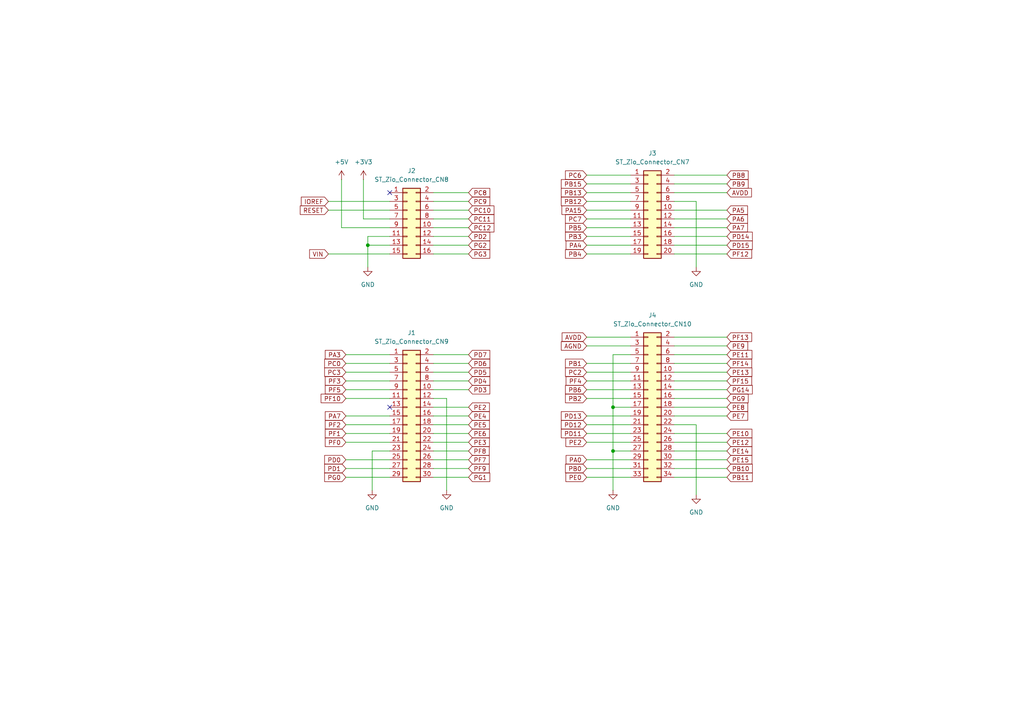
<source format=kicad_sch>
(kicad_sch (version 20231120) (generator "eeschema") (generator_version "8.0")
  (paper "A4")
  (title_block (title "STM32 Nucleo-144 Shield Template") (date "2026-02-28") (rev "v0.1_template"))
  (lib_symbols
    (symbol "Connector_Generic:Conn_02x08_Odd_Even" (pin_names (offset 1.016) hide)
      (property "Reference" "J" (at 1.27 10.16 0))
      (property "Value" "Conn_02x08_Odd_Even" (at 1.27 -12.7 0))
      (symbol "Conn_02x08_Odd_Even_1_1"
        (rectangle (start -1.27 -10.033) (end 0 -10.287) (stroke (width 0.1524)))
        (rectangle (start -1.27 -7.493) (end 0 -7.747) (stroke (width 0.1524)))
        (rectangle (start -1.27 -4.953) (end 0 -5.207) (stroke (width 0.1524)))
        (rectangle (start -1.27 -2.413) (end 0 -2.667) (stroke (width 0.1524)))
        (rectangle (start -1.27 0.127) (end 0 -0.127) (stroke (width 0.1524)))
        (rectangle (start -1.27 2.667) (end 0 2.413) (stroke (width 0.1524)))
        (rectangle (start -1.27 5.207) (end 0 4.953) (stroke (width 0.1524)))
        (rectangle (start -1.27 7.747) (end 0 7.493) (stroke (width 0.1524)))
        (rectangle (start -1.27 8.89) (end 3.81 -11.43) (stroke (width 0.254)) (fill (type background)))
        (rectangle (start 3.81 -10.033) (end 2.54 -10.287) (stroke (width 0.1524)))
        (rectangle (start 3.81 -7.493) (end 2.54 -7.747) (stroke (width 0.1524)))
        (rectangle (start 3.81 -4.953) (end 2.54 -5.207) (stroke (width 0.1524)))
        (rectangle (start 3.81 -2.413) (end 2.54 -2.667) (stroke (width 0.1524)))
        (rectangle (start 3.81 0.127) (end 2.54 -0.127) (stroke (width 0.1524)))
        (rectangle (start 3.81 2.667) (end 2.54 2.413) (stroke (width 0.1524)))
        (rectangle (start 3.81 5.207) (end 2.54 4.953) (stroke (width 0.1524)))
        (rectangle (start 3.81 7.747) (end 2.54 7.493) (stroke (width 0.1524)))
        (pin passive line (at -5.08 7.62 0) (length 3.81) (name "Pin_1") (number "1"))
        (pin passive line (at 7.62 -2.54 180) (length 3.81) (name "Pin_10") (number "10"))
        (pin passive line (at -5.08 -5.08 0) (length 3.81) (name "Pin_11") (number "11"))
        (pin passive line (at 7.62 -5.08 180) (length 3.81) (name "Pin_12") (number "12"))
        (pin passive line (at -5.08 -7.62 0) (length 3.81) (name "Pin_13") (number "13"))
        (pin passive line (at 7.62 -7.62 180) (length 3.81) (name "Pin_14") (number "14"))
        (pin passive line (at -5.08 -10.16 0) (length 3.81) (name "Pin_15") (number "15"))
        (pin passive line (at 7.62 -10.16 180) (length 3.81) (name "Pin_16") (number "16"))
        (pin passive line (at 7.62 7.62 180) (length 3.81) (name "Pin_2") (number "2"))
        (pin passive line (at -5.08 5.08 0) (length 3.81) (name "Pin_3") (number "3"))
        (pin passive line (at 7.62 5.08 180) (length 3.81) (name "Pin_4") (number "4"))
        (pin passive line (at -5.08 2.54 0) (length 3.81) (name "Pin_5") (number "5"))
        (pin passive line (at 7.62 2.54 180) (length 3.81) (name "Pin_6") (number "6"))
        (pin passive line (at -5.08 0 0) (length 3.81) (name "Pin_7") (number "7"))
        (pin passive line (at 7.62 0 180) (length 3.81) (name "Pin_8") (number "8"))
        (pin passive line (at -5.08 -2.54 0) (length 3.81) (name "Pin_9") (number "9"))
      )
    )
    (symbol "Connector_Generic:Conn_02x10_Odd_Even" (pin_names (offset 1.016) hide)
      (property "Reference" "J" (at 1.27 12.7 0))
      (property "Value" "Conn_02x10_Odd_Even" (at 1.27 -15.24 0))
      (symbol "Conn_02x10_Odd_Even_1_1"
        (rectangle (start -1.27 -12.573) (end 0 -12.827) (stroke (width 0.1524)))
        (rectangle (start -1.27 -10.033) (end 0 -10.287) (stroke (width 0.1524)))
        (rectangle (start -1.27 -7.493) (end 0 -7.747) (stroke (width 0.1524)))
        (rectangle (start -1.27 -4.953) (end 0 -5.207) (stroke (width 0.1524)))
        (rectangle (start -1.27 -2.413) (end 0 -2.667) (stroke (width 0.1524)))
        (rectangle (start -1.27 0.127) (end 0 -0.127) (stroke (width 0.1524)))
        (rectangle (start -1.27 2.667) (end 0 2.413) (stroke (width 0.1524)))
        (rectangle (start -1.27 5.207) (end 0 4.953) (stroke (width 0.1524)))
        (rectangle (start -1.27 7.747) (end 0 7.493) (stroke (width 0.1524)))
        (rectangle (start -1.27 10.287) (end 0 10.033) (stroke (width 0.1524)))
        (rectangle (start -1.27 11.43) (end 3.81 -13.97) (stroke (width 0.254)) (fill (type background)))
        (rectangle (start 3.81 -12.573) (end 2.54 -12.827) (stroke (width 0.1524)))
        (rectangle (start 3.81 -10.033) (end 2.54 -10.287) (stroke (width 0.1524)))
        (rectangle (start 3.81 -7.493) (end 2.54 -7.747) (stroke (width 0.1524)))
        (rectangle (start 3.81 -4.953) (end 2.54 -5.207) (stroke (width 0.1524)))
        (rectangle (start 3.81 -2.413) (end 2.54 -2.667) (stroke (width 0.1524)))
        (rectangle (start 3.81 0.127) (end 2.54 -0.127) (stroke (width 0.1524)))
        (rectangle (start 3.81 2.667) (end 2.54 2.413) (stroke (width 0.1524)))
        (rectangle (start 3.81 5.207) (end 2.54 4.953) (stroke (width 0.1524)))
        (rectangle (start 3.81 7.747) (end 2.54 7.493) (stroke (width 0.1524)))
        (rectangle (start 3.81 10.287) (end 2.54 10.033) (stroke (width 0.1524)))
        (pin passive line (at -5.08 10.16 0) (length 3.81) (name "Pin_1") (number "1"))
        (pin passive line (at 7.62 0 180) (length 3.81) (name "Pin_10") (number "10"))
        (pin passive line (at -5.08 -2.54 0) (length 3.81) (name "Pin_11") (number "11"))
        (pin passive line (at 7.62 -2.54 180) (length 3.81) (name "Pin_12") (number "12"))
        (pin passive line (at -5.08 -5.08 0) (length 3.81) (name "Pin_13") (number "13"))
        (pin passive line (at 7.62 -5.08 180) (length 3.81) (name "Pin_14") (number "14"))
        (pin passive line (at -5.08 -7.62 0) (length 3.81) (name "Pin_15") (number "15"))
        (pin passive line (at 7.62 -7.62 180) (length 3.81) (name "Pin_16") (number "16"))
        (pin passive line (at -5.08 -10.16 0) (length 3.81) (name "Pin_17") (number "17"))
        (pin passive line (at 7.62 -10.16 180) (length 3.81) (name "Pin_18") (number "18"))
        (pin passive line (at -5.08 -12.7 0) (length 3.81) (name "Pin_19") (number "19"))
        (pin passive line (at 7.62 10.16 180) (length 3.81) (name "Pin_2") (number "2"))
        (pin passive line (at 7.62 -12.7 180) (length 3.81) (name "Pin_20") (number "20"))
        (pin passive line (at -5.08 7.62 0) (length 3.81) (name "Pin_3") (number "3"))
        (pin passive line (at 7.62 7.62 180) (length 3.81) (name "Pin_4") (number "4"))
        (pin passive line (at -5.08 5.08 0) (length 3.81) (name "Pin_5") (number "5"))
        (pin passive line (at 7.62 5.08 180) (length 3.81) (name "Pin_6") (number "6"))
        (pin passive line (at -5.08 2.54 0) (length 3.81) (name "Pin_7") (number "7"))
        (pin passive line (at 7.62 2.54 180) (length 3.81) (name "Pin_8") (number "8"))
        (pin passive line (at -5.08 0 0) (length 3.81) (name "Pin_9") (number "9"))
      )
    )
    (symbol "Connector_Generic:Conn_02x15_Odd_Even" (pin_names (offset 1.016) hide)
      (property "Reference" "J" (at 1.27 20.32 0))
      (property "Value" "Conn_02x15_Odd_Even" (at 1.27 -20.32 0))
      (symbol "Conn_02x15_Odd_Even_1_1"
        (rectangle (start -1.27 -17.653) (end 0 -17.907) (stroke (width 0.1524)))
        (rectangle (start -1.27 -15.113) (end 0 -15.367) (stroke (width 0.1524)))
        (rectangle (start -1.27 -12.573) (end 0 -12.827) (stroke (width 0.1524)))
        (rectangle (start -1.27 -10.033) (end 0 -10.287) (stroke (width 0.1524)))
        (rectangle (start -1.27 -7.493) (end 0 -7.747) (stroke (width 0.1524)))
        (rectangle (start -1.27 -4.953) (end 0 -5.207) (stroke (width 0.1524)))
        (rectangle (start -1.27 -2.413) (end 0 -2.667) (stroke (width 0.1524)))
        (rectangle (start -1.27 0.127) (end 0 -0.127) (stroke (width 0.1524)))
        (rectangle (start -1.27 2.667) (end 0 2.413) (stroke (width 0.1524)))
        (rectangle (start -1.27 5.207) (end 0 4.953) (stroke (width 0.1524)))
        (rectangle (start -1.27 7.747) (end 0 7.493) (stroke (width 0.1524)))
        (rectangle (start -1.27 10.287) (end 0 10.033) (stroke (width 0.1524)))
        (rectangle (start -1.27 12.827) (end 0 12.573) (stroke (width 0.1524)))
        (rectangle (start -1.27 15.367) (end 0 15.113) (stroke (width 0.1524)))
        (rectangle (start -1.27 17.907) (end 0 17.653) (stroke (width 0.1524)))
        (rectangle (start -1.27 19.05) (end 3.81 -19.05) (stroke (width 0.254)) (fill (type background)))
        (rectangle (start 3.81 -17.653) (end 2.54 -17.907) (stroke (width 0.1524)))
        (rectangle (start 3.81 -15.113) (end 2.54 -15.367) (stroke (width 0.1524)))
        (rectangle (start 3.81 -12.573) (end 2.54 -12.827) (stroke (width 0.1524)))
        (rectangle (start 3.81 -10.033) (end 2.54 -10.287) (stroke (width 0.1524)))
        (rectangle (start 3.81 -7.493) (end 2.54 -7.747) (stroke (width 0.1524)))
        (rectangle (start 3.81 -4.953) (end 2.54 -5.207) (stroke (width 0.1524)))
        (rectangle (start 3.81 -2.413) (end 2.54 -2.667) (stroke (width 0.1524)))
        (rectangle (start 3.81 0.127) (end 2.54 -0.127) (stroke (width 0.1524)))
        (rectangle (start 3.81 2.667) (end 2.54 2.413) (stroke (width 0.1524)))
        (rectangle (start 3.81 5.207) (end 2.54 4.953) (stroke (width 0.1524)))
        (rectangle (start 3.81 7.747) (end 2.54 7.493) (stroke (width 0.1524)))
        (rectangle (start 3.81 10.287) (end 2.54 10.033) (stroke (width 0.1524)))
        (rectangle (start 3.81 12.827) (end 2.54 12.573) (stroke (width 0.1524)))
        (rectangle (start 3.81 15.367) (end 2.54 15.113) (stroke (width 0.1524)))
        (rectangle (start 3.81 17.907) (end 2.54 17.653) (stroke (width 0.1524)))
        (pin passive line (at -5.08 17.78 0) (length 3.81) (name "Pin_1") (number "1"))
        (pin passive line (at 7.62 7.62 180) (length 3.81) (name "Pin_10") (number "10"))
        (pin passive line (at -5.08 5.08 0) (length 3.81) (name "Pin_11") (number "11"))
        (pin passive line (at 7.62 5.08 180) (length 3.81) (name "Pin_12") (number "12"))
        (pin passive line (at -5.08 2.54 0) (length 3.81) (name "Pin_13") (number "13"))
        (pin passive line (at 7.62 2.54 180) (length 3.81) (name "Pin_14") (number "14"))
        (pin passive line (at -5.08 0 0) (length 3.81) (name "Pin_15") (number "15"))
        (pin passive line (at 7.62 0 180) (length 3.81) (name "Pin_16") (number "16"))
        (pin passive line (at -5.08 -2.54 0) (length 3.81) (name "Pin_17") (number "17"))
        (pin passive line (at 7.62 -2.54 180) (length 3.81) (name "Pin_18") (number "18"))
        (pin passive line (at -5.08 -5.08 0) (length 3.81) (name "Pin_19") (number "19"))
        (pin passive line (at 7.62 17.78 180) (length 3.81) (name "Pin_2") (number "2"))
        (pin passive line (at 7.62 -5.08 180) (length 3.81) (name "Pin_20") (number "20"))
        (pin passive line (at -5.08 -7.62 0) (length 3.81) (name "Pin_21") (number "21"))
        (pin passive line (at 7.62 -7.62 180) (length 3.81) (name "Pin_22") (number "22"))
        (pin passive line (at -5.08 -10.16 0) (length 3.81) (name "Pin_23") (number "23"))
        (pin passive line (at 7.62 -10.16 180) (length 3.81) (name "Pin_24") (number "24"))
        (pin passive line (at -5.08 -12.7 0) (length 3.81) (name "Pin_25") (number "25"))
        (pin passive line (at 7.62 -12.7 180) (length 3.81) (name "Pin_26") (number "26"))
        (pin passive line (at -5.08 -15.24 0) (length 3.81) (name "Pin_27") (number "27"))
        (pin passive line (at 7.62 -15.24 180) (length 3.81) (name "Pin_28") (number "28"))
        (pin passive line (at -5.08 -17.78 0) (length 3.81) (name "Pin_29") (number "29"))
        (pin passive line (at -5.08 15.24 0) (length 3.81) (name "Pin_3") (number "3"))
        (pin passive line (at 7.62 -17.78 180) (length 3.81) (name "Pin_30") (number "30"))
        (pin passive line (at 7.62 15.24 180) (length 3.81) (name "Pin_4") (number "4"))
        (pin passive line (at -5.08 12.7 0) (length 3.81) (name "Pin_5") (number "5"))
        (pin passive line (at 7.62 12.7 180) (length 3.81) (name "Pin_6") (number "6"))
        (pin passive line (at -5.08 10.16 0) (length 3.81) (name "Pin_7") (number "7"))
        (pin passive line (at 7.62 10.16 180) (length 3.81) (name "Pin_8") (number "8"))
        (pin passive line (at -5.08 7.62 0) (length 3.81) (name "Pin_9") (number "9"))
      )
    )
    (symbol "Connector_Generic:Conn_02x17_Odd_Even" (pin_names (offset 1.016) hide)
      (property "Reference" "J" (at 1.27 22.86 0))
      (property "Value" "Conn_02x17_Odd_Even" (at 1.27 -22.86 0))
      (symbol "Conn_02x17_Odd_Even_1_1"
        (rectangle (start -1.27 -20.193) (end 0 -20.447) (stroke (width 0.1524)))
        (rectangle (start -1.27 -17.653) (end 0 -17.907) (stroke (width 0.1524)))
        (rectangle (start -1.27 -15.113) (end 0 -15.367) (stroke (width 0.1524)))
        (rectangle (start -1.27 -12.573) (end 0 -12.827) (stroke (width 0.1524)))
        (rectangle (start -1.27 -10.033) (end 0 -10.287) (stroke (width 0.1524)))
        (rectangle (start -1.27 -7.493) (end 0 -7.747) (stroke (width 0.1524)))
        (rectangle (start -1.27 -4.953) (end 0 -5.207) (stroke (width 0.1524)))
        (rectangle (start -1.27 -2.413) (end 0 -2.667) (stroke (width 0.1524)))
        (rectangle (start -1.27 0.127) (end 0 -0.127) (stroke (width 0.1524)))
        (rectangle (start -1.27 2.667) (end 0 2.413) (stroke (width 0.1524)))
        (rectangle (start -1.27 5.207) (end 0 4.953) (stroke (width 0.1524)))
        (rectangle (start -1.27 7.747) (end 0 7.493) (stroke (width 0.1524)))
        (rectangle (start -1.27 10.287) (end 0 10.033) (stroke (width 0.1524)))
        (rectangle (start -1.27 12.827) (end 0 12.573) (stroke (width 0.1524)))
        (rectangle (start -1.27 15.367) (end 0 15.113) (stroke (width 0.1524)))
        (rectangle (start -1.27 17.907) (end 0 17.653) (stroke (width 0.1524)))
        (rectangle (start -1.27 20.447) (end 0 20.193) (stroke (width 0.1524)))
        (rectangle (start -1.27 21.59) (end 3.81 -21.59) (stroke (width 0.254)) (fill (type background)))
        (rectangle (start 3.81 -20.193) (end 2.54 -20.447) (stroke (width 0.1524)))
        (rectangle (start 3.81 -17.653) (end 2.54 -17.907) (stroke (width 0.1524)))
        (rectangle (start 3.81 -15.113) (end 2.54 -15.367) (stroke (width 0.1524)))
        (rectangle (start 3.81 -12.573) (end 2.54 -12.827) (stroke (width 0.1524)))
        (rectangle (start 3.81 -10.033) (end 2.54 -10.287) (stroke (width 0.1524)))
        (rectangle (start 3.81 -7.493) (end 2.54 -7.747) (stroke (width 0.1524)))
        (rectangle (start 3.81 -4.953) (end 2.54 -5.207) (stroke (width 0.1524)))
        (rectangle (start 3.81 -2.413) (end 2.54 -2.667) (stroke (width 0.1524)))
        (rectangle (start 3.81 0.127) (end 2.54 -0.127) (stroke (width 0.1524)))
        (rectangle (start 3.81 2.667) (end 2.54 2.413) (stroke (width 0.1524)))
        (rectangle (start 3.81 5.207) (end 2.54 4.953) (stroke (width 0.1524)))
        (rectangle (start 3.81 7.747) (end 2.54 7.493) (stroke (width 0.1524)))
        (rectangle (start 3.81 10.287) (end 2.54 10.033) (stroke (width 0.1524)))
        (rectangle (start 3.81 12.827) (end 2.54 12.573) (stroke (width 0.1524)))
        (rectangle (start 3.81 15.367) (end 2.54 15.113) (stroke (width 0.1524)))
        (rectangle (start 3.81 17.907) (end 2.54 17.653) (stroke (width 0.1524)))
        (rectangle (start 3.81 20.447) (end 2.54 20.193) (stroke (width 0.1524)))
        (pin passive line (at -5.08 20.32 0) (length 3.81) (name "Pin_1") (number "1"))
        (pin passive line (at 7.62 10.16 180) (length 3.81) (name "Pin_10") (number "10"))
        (pin passive line (at -5.08 7.62 0) (length 3.81) (name "Pin_11") (number "11"))
        (pin passive line (at 7.62 7.62 180) (length 3.81) (name "Pin_12") (number "12"))
        (pin passive line (at -5.08 5.08 0) (length 3.81) (name "Pin_13") (number "13"))
        (pin passive line (at 7.62 5.08 180) (length 3.81) (name "Pin_14") (number "14"))
        (pin passive line (at -5.08 2.54 0) (length 3.81) (name "Pin_15") (number "15"))
        (pin passive line (at 7.62 2.54 180) (length 3.81) (name "Pin_16") (number "16"))
        (pin passive line (at -5.08 0 0) (length 3.81) (name "Pin_17") (number "17"))
        (pin passive line (at 7.62 0 180) (length 3.81) (name "Pin_18") (number "18"))
        (pin passive line (at -5.08 -2.54 0) (length 3.81) (name "Pin_19") (number "19"))
        (pin passive line (at 7.62 20.32 180) (length 3.81) (name "Pin_2") (number "2"))
        (pin passive line (at 7.62 -2.54 180) (length 3.81) (name "Pin_20") (number "20"))
        (pin passive line (at -5.08 -5.08 0) (length 3.81) (name "Pin_21") (number "21"))
        (pin passive line (at 7.62 -5.08 180) (length 3.81) (name "Pin_22") (number "22"))
        (pin passive line (at -5.08 -7.62 0) (length 3.81) (name "Pin_23") (number "23"))
        (pin passive line (at 7.62 -7.62 180) (length 3.81) (name "Pin_24") (number "24"))
        (pin passive line (at -5.08 -10.16 0) (length 3.81) (name "Pin_25") (number "25"))
        (pin passive line (at 7.62 -10.16 180) (length 3.81) (name "Pin_26") (number "26"))
        (pin passive line (at -5.08 -12.7 0) (length 3.81) (name "Pin_27") (number "27"))
        (pin passive line (at 7.62 -12.7 180) (length 3.81) (name "Pin_28") (number "28"))
        (pin passive line (at -5.08 -15.24 0) (length 3.81) (name "Pin_29") (number "29"))
        (pin passive line (at -5.08 17.78 0) (length 3.81) (name "Pin_3") (number "3"))
        (pin passive line (at 7.62 -15.24 180) (length 3.81) (name "Pin_30") (number "30"))
        (pin passive line (at -5.08 -17.78 0) (length 3.81) (name "Pin_31") (number "31"))
        (pin passive line (at 7.62 -17.78 180) (length 3.81) (name "Pin_32") (number "32"))
        (pin passive line (at -5.08 -20.32 0) (length 3.81) (name "Pin_33") (number "33"))
        (pin passive line (at 7.62 -20.32 180) (length 3.81) (name "Pin_34") (number "34"))
        (pin passive line (at 7.62 17.78 180) (length 3.81) (name "Pin_4") (number "4"))
        (pin passive line (at -5.08 15.24 0) (length 3.81) (name "Pin_5") (number "5"))
        (pin passive line (at 7.62 15.24 180) (length 3.81) (name "Pin_6") (number "6"))
        (pin passive line (at -5.08 12.7 0) (length 3.81) (name "Pin_7") (number "7"))
        (pin passive line (at 7.62 12.7 180) (length 3.81) (name "Pin_8") (number "8"))
        (pin passive line (at -5.08 10.16 0) (length 3.81) (name "Pin_9") (number "9"))
      )
    )
    (symbol "power:+3V3" (power) (pin_numbers hide) (pin_names (offset 0) hide)
      (property "Value" "+3V3" (at 0 3.556 0))
      (symbol "+3V3_0_1"
        (polyline (pts (xy -0.762 1.27) (xy 0 2.54)))
        (polyline (pts (xy 0 0) (xy 0 2.54)))
        (polyline (pts (xy 0 2.54) (xy 0.762 1.27)))
      )
      (symbol "+3V3_1_1"
        (pin power_in line (at 0 0 90) (length 0) (name "~") (number "1"))
      )
    )
    (symbol "power:+5V" (power) (pin_numbers hide) (pin_names (offset 0) hide)
      (property "Value" "+5V" (at 0 3.556 0))
      (symbol "+5V_0_1"
        (polyline (pts (xy -0.762 1.27) (xy 0 2.54)))
        (polyline (pts (xy 0 0) (xy 0 2.54)))
        (polyline (pts (xy 0 2.54) (xy 0.762 1.27)))
      )
      (symbol "+5V_1_1"
        (pin power_in line (at 0 0 90) (length 0) (name "~") (number "1"))
      )
    )
    (symbol "power:GND" (power) (pin_numbers hide) (pin_names (offset 0) hide)
      (property "Value" "GND" (at 0 -3.81 0))
      (symbol "GND_0_1"
        (polyline (pts (xy 0 0) (xy 0 -1.27) (xy 1.27 -1.27) (xy 0 -2.54) (xy -1.27 -1.27) (xy 0 -1.27)))
      )
      (symbol "GND_1_1"
        (pin power_in line (at 0 0 270) (length 0) (name "~") (number "1"))
      )
    )
  )
  (junction (at 177.8 118.11))
  (junction (at 106.68 71.12))
  (junction (at 177.8 130.81))
  (no_connect (at 113.03 55.88))
  (no_connect (at 113.03 118.11))
  (wire (pts (xy 100.33 110.49) (xy 113.03 110.49)))
  (wire (pts (xy 125.73 118.11) (xy 135.89 118.11)))
  (wire (pts (xy 201.93 58.42) (xy 201.93 77.47)))
  (wire (pts (xy 195.58 123.19) (xy 201.93 123.19)))
  (wire (pts (xy 113.03 68.58) (xy 106.68 68.58)))
  (wire (pts (xy 170.18 73.66) (xy 182.88 73.66)))
  (wire (pts (xy 170.18 135.89) (xy 182.88 135.89)))
  (wire (pts (xy 100.33 123.19) (xy 113.03 123.19)))
  (wire (pts (xy 125.73 135.89) (xy 135.89 135.89)))
  (wire (pts (xy 125.73 107.95) (xy 135.89 107.95)))
  (wire (pts (xy 177.8 118.11) (xy 177.8 130.81)))
  (wire (pts (xy 195.58 53.34) (xy 210.82 53.34)))
  (wire (pts (xy 106.68 77.47) (xy 106.68 71.12)))
  (wire (pts (xy 125.73 120.65) (xy 135.89 120.65)))
  (wire (pts (xy 177.8 102.87) (xy 177.8 118.11)))
  (wire (pts (xy 113.03 63.5) (xy 105.41 63.5)))
  (wire (pts (xy 195.58 55.88) (xy 210.82 55.88)))
  (wire (pts (xy 170.18 138.43) (xy 182.88 138.43)))
  (wire (pts (xy 129.54 142.24) (xy 129.54 115.57)))
  (wire (pts (xy 195.58 128.27) (xy 210.82 128.27)))
  (wire (pts (xy 100.33 113.03) (xy 113.03 113.03)))
  (wire (pts (xy 177.8 130.81) (xy 177.8 142.24)))
  (wire (pts (xy 125.73 55.88) (xy 135.89 55.88)))
  (wire (pts (xy 195.58 120.65) (xy 210.82 120.65)))
  (wire (pts (xy 170.18 100.33) (xy 182.88 100.33)))
  (wire (pts (xy 195.58 113.03) (xy 210.82 113.03)))
  (wire (pts (xy 125.73 138.43) (xy 135.89 138.43)))
  (wire (pts (xy 195.58 107.95) (xy 210.82 107.95)))
  (wire (pts (xy 170.18 58.42) (xy 182.88 58.42)))
  (wire (pts (xy 125.73 63.5) (xy 135.89 63.5)))
  (wire (pts (xy 170.18 71.12) (xy 182.88 71.12)))
  (wire (pts (xy 106.68 68.58) (xy 106.68 71.12)))
  (wire (pts (xy 195.58 50.8) (xy 210.82 50.8)))
  (wire (pts (xy 95.25 60.96) (xy 113.03 60.96)))
  (wire (pts (xy 125.73 68.58) (xy 135.89 68.58)))
  (wire (pts (xy 125.73 133.35) (xy 135.89 133.35)))
  (wire (pts (xy 170.18 125.73) (xy 182.88 125.73)))
  (wire (pts (xy 170.18 105.41) (xy 182.88 105.41)))
  (wire (pts (xy 177.8 130.81) (xy 182.88 130.81)))
  (wire (pts (xy 95.25 58.42) (xy 113.03 58.42)))
  (wire (pts (xy 170.18 60.96) (xy 182.88 60.96)))
  (wire (pts (xy 170.18 120.65) (xy 182.88 120.65)))
  (wire (pts (xy 177.8 118.11) (xy 182.88 118.11)))
  (wire (pts (xy 125.73 71.12) (xy 135.89 71.12)))
  (wire (pts (xy 107.95 130.81) (xy 113.03 130.81)))
  (wire (pts (xy 125.73 58.42) (xy 135.89 58.42)))
  (wire (pts (xy 195.58 115.57) (xy 210.82 115.57)))
  (wire (pts (xy 125.73 60.96) (xy 135.89 60.96)))
  (wire (pts (xy 170.18 55.88) (xy 182.88 55.88)))
  (wire (pts (xy 201.93 123.19) (xy 201.93 143.51)))
  (wire (pts (xy 125.73 66.04) (xy 135.89 66.04)))
  (wire (pts (xy 125.73 128.27) (xy 135.89 128.27)))
  (wire (pts (xy 100.33 133.35) (xy 113.03 133.35)))
  (wire (pts (xy 170.18 110.49) (xy 182.88 110.49)))
  (wire (pts (xy 195.58 100.33) (xy 210.82 100.33)))
  (wire (pts (xy 170.18 113.03) (xy 182.88 113.03)))
  (wire (pts (xy 170.18 50.8) (xy 182.88 50.8)))
  (wire (pts (xy 170.18 53.34) (xy 182.88 53.34)))
  (wire (pts (xy 129.54 115.57) (xy 125.73 115.57)))
  (wire (pts (xy 125.73 123.19) (xy 135.89 123.19)))
  (wire (pts (xy 170.18 97.79) (xy 182.88 97.79)))
  (wire (pts (xy 170.18 115.57) (xy 182.88 115.57)))
  (wire (pts (xy 170.18 123.19) (xy 182.88 123.19)))
  (wire (pts (xy 195.58 118.11) (xy 210.82 118.11)))
  (wire (pts (xy 170.18 133.35) (xy 182.88 133.35)))
  (wire (pts (xy 195.58 73.66) (xy 210.82 73.66)))
  (wire (pts (xy 195.58 97.79) (xy 210.82 97.79)))
  (wire (pts (xy 100.33 105.41) (xy 113.03 105.41)))
  (wire (pts (xy 125.73 113.03) (xy 135.89 113.03)))
  (wire (pts (xy 100.33 107.95) (xy 113.03 107.95)))
  (wire (pts (xy 100.33 138.43) (xy 113.03 138.43)))
  (wire (pts (xy 125.73 73.66) (xy 135.89 73.66)))
  (wire (pts (xy 195.58 68.58) (xy 210.82 68.58)))
  (wire (pts (xy 106.68 71.12) (xy 113.03 71.12)))
  (wire (pts (xy 100.33 135.89) (xy 113.03 135.89)))
  (wire (pts (xy 125.73 130.81) (xy 135.89 130.81)))
  (wire (pts (xy 170.18 66.04) (xy 182.88 66.04)))
  (wire (pts (xy 107.95 142.24) (xy 107.95 130.81)))
  (wire (pts (xy 195.58 60.96) (xy 210.82 60.96)))
  (wire (pts (xy 105.41 63.5) (xy 105.41 52.07)))
  (wire (pts (xy 99.06 52.07) (xy 99.06 66.04)))
  (wire (pts (xy 100.33 128.27) (xy 113.03 128.27)))
  (wire (pts (xy 195.58 135.89) (xy 210.82 135.89)))
  (wire (pts (xy 100.33 102.87) (xy 113.03 102.87)))
  (wire (pts (xy 125.73 105.41) (xy 135.89 105.41)))
  (wire (pts (xy 195.58 110.49) (xy 210.82 110.49)))
  (wire (pts (xy 195.58 133.35) (xy 210.82 133.35)))
  (wire (pts (xy 100.33 125.73) (xy 113.03 125.73)))
  (wire (pts (xy 95.25 73.66) (xy 113.03 73.66)))
  (wire (pts (xy 195.58 63.5) (xy 210.82 63.5)))
  (wire (pts (xy 195.58 58.42) (xy 201.93 58.42)))
  (wire (pts (xy 170.18 107.95) (xy 182.88 107.95)))
  (wire (pts (xy 125.73 110.49) (xy 135.89 110.49)))
  (wire (pts (xy 195.58 102.87) (xy 210.82 102.87)))
  (wire (pts (xy 100.33 115.57) (xy 113.03 115.57)))
  (wire (pts (xy 100.33 120.65) (xy 113.03 120.65)))
  (wire (pts (xy 195.58 66.04) (xy 210.82 66.04)))
  (wire (pts (xy 170.18 128.27) (xy 182.88 128.27)))
  (wire (pts (xy 195.58 71.12) (xy 210.82 71.12)))
  (wire (pts (xy 99.06 66.04) (xy 113.03 66.04)))
  (wire (pts (xy 195.58 138.43) (xy 210.82 138.43)))
  (wire (pts (xy 182.88 102.87) (xy 177.8 102.87)))
  (wire (pts (xy 125.73 102.87) (xy 135.89 102.87)))
  (wire (pts (xy 195.58 105.41) (xy 210.82 105.41)))
  (wire (pts (xy 170.18 63.5) (xy 182.88 63.5)))
  (wire (pts (xy 170.18 68.58) (xy 182.88 68.58)))
  (wire (pts (xy 195.58 130.81) (xy 210.82 130.81)))
  (wire (pts (xy 125.73 125.73) (xy 135.89 125.73)))
  (wire (pts (xy 195.58 125.73) (xy 210.82 125.73)))
  (global_label "PE8" (shape input) (at 210.82 118.11 0) (property "Intersheetrefs" "${INTERSHEET_REFS}" (effects (hide yes))))
  (global_label "PG2" (shape input) (at 135.89 71.12 0) (property "Intersheetrefs" "${INTERSHEET_REFS}" (effects (hide yes))))
  (global_label "PD1" (shape input) (at 100.33 135.89 180) (property "Intersheetrefs" "${INTERSHEET_REFS}" (effects (hide yes))))
  (global_label "PG1" (shape input) (at 135.89 138.43 0) (property "Intersheetrefs" "${INTERSHEET_REFS}" (effects (hide yes))))
  (global_label "PE2" (shape input) (at 170.18 128.27 180) (property "Intersheetrefs" "${INTERSHEET_REFS}" (effects (hide yes))))
  (global_label "PD5" (shape input) (at 135.89 107.95 0) (property "Intersheetrefs" "${INTERSHEET_REFS}" (effects (hide yes))))
  (global_label "PB5" (shape input) (at 170.18 66.04 180) (property "Intersheetrefs" "${INTERSHEET_REFS}" (effects (hide yes))))
  (global_label "PF13" (shape input) (at 210.82 97.79 0) (property "Intersheetrefs" "${INTERSHEET_REFS}" (effects (hide yes))))
  (global_label "PB0" (shape input) (at 170.18 135.89 180) (property "Intersheetrefs" "${INTERSHEET_REFS}" (effects (hide yes))))
  (global_label "PD2" (shape input) (at 135.89 68.58 0) (property "Intersheetrefs" "${INTERSHEET_REFS}" (effects (hide yes))))
  (global_label "PG14" (shape input) (at 210.82 113.03 0) (property "Intersheetrefs" "${INTERSHEET_REFS}" (effects (hide yes))))
  (global_label "PE14" (shape input) (at 210.82 130.81 0) (property "Intersheetrefs" "${INTERSHEET_REFS}" (effects (hide yes))))
  (global_label "PA6" (shape input) (at 210.82 63.5 0) (property "Intersheetrefs" "${INTERSHEET_REFS}" (effects (hide yes))))
  (global_label "PB6" (shape input) (at 170.18 113.03 180) (property "Intersheetrefs" "${INTERSHEET_REFS}" (effects (hide yes))))
  (global_label "PE11" (shape input) (at 210.82 102.87 0) (property "Intersheetrefs" "${INTERSHEET_REFS}" (effects (hide yes))))
  (global_label "PC6" (shape input) (at 170.18 50.8 180) (property "Intersheetrefs" "${INTERSHEET_REFS}" (effects (hide yes))))
  (global_label "AVDD" (shape input) (at 170.18 97.79 180) (property "Intersheetrefs" "${INTERSHEET_REFS}" (effects (hide yes))))
  (global_label "PB3" (shape input) (at 170.18 68.58 180) (property "Intersheetrefs" "${INTERSHEET_REFS}" (effects (hide yes))))
  (global_label "PE12" (shape input) (at 210.82 128.27 0) (property "Intersheetrefs" "${INTERSHEET_REFS}" (effects (hide yes))))
  (global_label "PF8" (shape input) (at 135.89 130.81 0) (property "Intersheetrefs" "${INTERSHEET_REFS}" (effects (hide yes))))
  (global_label "PE0" (shape input) (at 170.18 138.43 180) (property "Intersheetrefs" "${INTERSHEET_REFS}" (effects (hide yes))))
  (global_label "PB2" (shape input) (at 170.18 115.57 180) (property "Intersheetrefs" "${INTERSHEET_REFS}" (effects (hide yes))))
  (global_label "PE2" (shape input) (at 135.89 118.11 0) (property "Intersheetrefs" "${INTERSHEET_REFS}" (effects (hide yes))))
  (global_label "PD14" (shape input) (at 210.82 68.58 0) (property "Intersheetrefs" "${INTERSHEET_REFS}" (effects (hide yes))))
  (global_label "PC7" (shape input) (at 170.18 63.5 180) (property "Intersheetrefs" "${INTERSHEET_REFS}" (effects (hide yes))))
  (global_label "PF0" (shape input) (at 100.33 128.27 180) (property "Intersheetrefs" "${INTERSHEET_REFS}" (effects (hide yes))))
  (global_label "PB15" (shape input) (at 170.18 53.34 180) (property "Intersheetrefs" "${INTERSHEET_REFS}" (effects (hide yes))))
  (global_label "PC0" (shape input) (at 100.33 105.41 180) (property "Intersheetrefs" "${INTERSHEET_REFS}" (effects (hide yes))))
  (global_label "AVDD" (shape input) (at 210.82 55.88 0) (property "Intersheetrefs" "${INTERSHEET_REFS}" (effects (hide yes))))
  (global_label "PD7" (shape input) (at 135.89 102.87 0) (property "Intersheetrefs" "${INTERSHEET_REFS}" (effects (hide yes))))
  (global_label "PF5" (shape input) (at 100.33 113.03 180) (property "Intersheetrefs" "${INTERSHEET_REFS}" (effects (hide yes))))
  (global_label "PD3" (shape input) (at 135.89 113.03 0) (property "Intersheetrefs" "${INTERSHEET_REFS}" (effects (hide yes))))
  (global_label "PD13" (shape input) (at 170.18 120.65 180) (property "Intersheetrefs" "${INTERSHEET_REFS}" (effects (hide yes))))
  (global_label "PE7" (shape input) (at 210.82 120.65 0) (property "Intersheetrefs" "${INTERSHEET_REFS}" (effects (hide yes))))
  (global_label "PC10" (shape input) (at 135.89 60.96 0) (property "Intersheetrefs" "${INTERSHEET_REFS}" (effects (hide yes))))
  (global_label "PF2" (shape input) (at 100.33 123.19 180) (property "Intersheetrefs" "${INTERSHEET_REFS}" (effects (hide yes))))
  (global_label "PE13" (shape input) (at 210.82 107.95 0) (property "Intersheetrefs" "${INTERSHEET_REFS}" (effects (hide yes))))
  (global_label "PF12" (shape input) (at 210.82 73.66 0) (property "Intersheetrefs" "${INTERSHEET_REFS}" (effects (hide yes))))
  (global_label "PF15" (shape input) (at 210.82 110.49 0) (property "Intersheetrefs" "${INTERSHEET_REFS}" (effects (hide yes))))
  (global_label "PA4" (shape input) (at 170.18 71.12 180) (property "Intersheetrefs" "${INTERSHEET_REFS}" (effects (hide yes))))
  (global_label "RESET" (shape input) (at 95.25 60.96 180) (property "Intersheetrefs" "${INTERSHEET_REFS}" (effects (hide yes))))
  (global_label "PF14" (shape input) (at 210.82 105.41 0) (property "Intersheetrefs" "${INTERSHEET_REFS}" (effects (hide yes))))
  (global_label "PA15" (shape input) (at 170.18 60.96 180) (property "Intersheetrefs" "${INTERSHEET_REFS}" (effects (hide yes))))
  (global_label "PC12" (shape input) (at 135.89 66.04 0) (property "Intersheetrefs" "${INTERSHEET_REFS}" (effects (hide yes))))
  (global_label "IOREF" (shape input) (at 95.25 58.42 180) (property "Intersheetrefs" "${INTERSHEET_REFS}" (effects (hide yes))))
  (global_label "PA3" (shape input) (at 100.33 102.87 180) (property "Intersheetrefs" "${INTERSHEET_REFS}" (effects (hide yes))))
  (global_label "PE3" (shape input) (at 135.89 128.27 0) (property "Intersheetrefs" "${INTERSHEET_REFS}" (effects (hide yes))))
  (global_label "PE4" (shape input) (at 135.89 120.65 0) (property "Intersheetrefs" "${INTERSHEET_REFS}" (effects (hide yes))))
  (global_label "PA7" (shape input) (at 210.82 66.04 0) (property "Intersheetrefs" "${INTERSHEET_REFS}" (effects (hide yes))))
  (global_label "PA0" (shape input) (at 170.18 133.35 180) (property "Intersheetrefs" "${INTERSHEET_REFS}" (effects (hide yes))))
  (global_label "PD15" (shape input) (at 210.82 71.12 0) (property "Intersheetrefs" "${INTERSHEET_REFS}" (effects (hide yes))))
  (global_label "PB9" (shape input) (at 210.82 53.34 0) (property "Intersheetrefs" "${INTERSHEET_REFS}" (effects (hide yes))))
  (global_label "PE5" (shape input) (at 135.89 123.19 0) (property "Intersheetrefs" "${INTERSHEET_REFS}" (effects (hide yes))))
  (global_label "PB8" (shape input) (at 210.82 50.8 0) (property "Intersheetrefs" "${INTERSHEET_REFS}" (effects (hide yes))))
  (global_label "PF3" (shape input) (at 100.33 110.49 180) (property "Intersheetrefs" "${INTERSHEET_REFS}" (effects (hide yes))))
  (global_label "PE10" (shape input) (at 210.82 125.73 0) (property "Intersheetrefs" "${INTERSHEET_REFS}" (effects (hide yes))))
  (global_label "PC8" (shape input) (at 135.89 55.88 0) (property "Intersheetrefs" "${INTERSHEET_REFS}" (effects (hide yes))))
  (global_label "PF4" (shape input) (at 170.18 110.49 180) (property "Intersheetrefs" "${INTERSHEET_REFS}" (effects (hide yes))))
  (global_label "PE6" (shape input) (at 135.89 125.73 0) (property "Intersheetrefs" "${INTERSHEET_REFS}" (effects (hide yes))))
  (global_label "PD11" (shape input) (at 170.18 125.73 180) (property "Intersheetrefs" "${INTERSHEET_REFS}" (effects (hide yes))))
  (global_label "PD6" (shape input) (at 135.89 105.41 0) (property "Intersheetrefs" "${INTERSHEET_REFS}" (effects (hide yes))))
  (global_label "PD4" (shape input) (at 135.89 110.49 0) (property "Intersheetrefs" "${INTERSHEET_REFS}" (effects (hide yes))))
  (global_label "PB10" (shape input) (at 210.82 135.89 0) (property "Intersheetrefs" "${INTERSHEET_REFS}" (effects (hide yes))))
  (global_label "PC3" (shape input) (at 100.33 107.95 180) (property "Intersheetrefs" "${INTERSHEET_REFS}" (effects (hide yes))))
  (global_label "PB12" (shape input) (at 170.18 58.42 180) (property "Intersheetrefs" "${INTERSHEET_REFS}" (effects (hide yes))))
  (global_label "PG0" (shape input) (at 100.33 138.43 180) (property "Intersheetrefs" "${INTERSHEET_REFS}" (effects (hide yes))))
  (global_label "PB4" (shape input) (at 170.18 73.66 180) (property "Intersheetrefs" "${INTERSHEET_REFS}" (effects (hide yes))))
  (global_label "PD0" (shape input) (at 100.33 133.35 180) (property "Intersheetrefs" "${INTERSHEET_REFS}" (effects (hide yes))))
  (global_label "PC9" (shape input) (at 135.89 58.42 0) (property "Intersheetrefs" "${INTERSHEET_REFS}" (effects (hide yes))))
  (global_label "PA5" (shape input) (at 210.82 60.96 0) (property "Intersheetrefs" "${INTERSHEET_REFS}" (effects (hide yes))))
  (global_label "PF1" (shape input) (at 100.33 125.73 180) (property "Intersheetrefs" "${INTERSHEET_REFS}" (effects (hide yes))))
  (global_label "AGND" (shape input) (at 170.18 100.33 180) (property "Intersheetrefs" "${INTERSHEET_REFS}" (effects (hide yes))))
  (global_label "PD12" (shape input) (at 170.18 123.19 180) (property "Intersheetrefs" "${INTERSHEET_REFS}" (effects (hide yes))))
  (global_label "PA7" (shape input) (at 100.33 120.65 180) (property "Intersheetrefs" "${INTERSHEET_REFS}" (effects (hide yes))))
  (global_label "PG3" (shape input) (at 135.89 73.66 0) (property "Intersheetrefs" "${INTERSHEET_REFS}" (effects (hide yes))))
  (global_label "PG9" (shape input) (at 210.82 115.57 0) (property "Intersheetrefs" "${INTERSHEET_REFS}" (effects (hide yes))))
  (global_label "PB1" (shape input) (at 170.18 105.41 180) (property "Intersheetrefs" "${INTERSHEET_REFS}" (effects (hide yes))))
  (global_label "PF9" (shape input) (at 135.89 135.89 0) (property "Intersheetrefs" "${INTERSHEET_REFS}" (effects (hide yes))))
  (global_label "PC11" (shape input) (at 135.89 63.5 0) (property "Intersheetrefs" "${INTERSHEET_REFS}" (effects (hide yes))))
  (global_label "PB11" (shape input) (at 210.82 138.43 0) (property "Intersheetrefs" "${INTERSHEET_REFS}" (effects (hide yes))))
  (global_label "PE9" (shape input) (at 210.82 100.33 0) (property "Intersheetrefs" "${INTERSHEET_REFS}" (effects (hide yes))))
  (global_label "PF10" (shape input) (at 100.33 115.57 180) (property "Intersheetrefs" "${INTERSHEET_REFS}" (effects (hide yes))))
  (global_label "PF7" (shape input) (at 135.89 133.35 0) (property "Intersheetrefs" "${INTERSHEET_REFS}" (effects (hide yes))))
  (global_label "VIN" (shape input) (at 95.25 73.66 180) (property "Intersheetrefs" "${INTERSHEET_REFS}" (effects (hide yes))))
  (global_label "PE15" (shape input) (at 210.82 133.35 0) (property "Intersheetrefs" "${INTERSHEET_REFS}" (effects (hide yes))))
  (global_label "PB13" (shape input) (at 170.18 55.88 180) (property "Intersheetrefs" "${INTERSHEET_REFS}" (effects (hide yes))))
  (global_label "PC2" (shape input) (at 170.18 107.95 180) (property "Intersheetrefs" "${INTERSHEET_REFS}" (effects (hide yes))))
  (symbol (lib_id "Connector_Generic:Conn_02x08_Odd_Even") (at 118.11 63.5 0) (unit 1)
    (property "Reference" "J2" (at 119.38 49.53 0))
    (property "Value" "ST_Zio_Connector_CN8" (at 119.38 52.07 0))
    (property "Footprint" "Connector_PinHeader_2.54mm:PinHeader_2x08_P2.54mm_Vertical" (effects (hide yes)))
    (property "Description" "Generic connector, double row, 02x08, odd/even pin numbering scheme (row 1 odd numbers, row 2 even numbers), script generated (kicad-library-utils/schlib/autogen/connector/)" (effects (hide yes)))
  )
  (symbol (lib_id "Connector_Generic:Conn_02x15_Odd_Even") (at 118.11 120.65 0) (unit 1)
    (property "Reference" "J1" (at 119.38 96.52 0))
    (property "Value" "ST_Zio_Connector_CN9" (at 119.38 99.06 0))
    (property "Footprint" "Connector_PinHeader_2.54mm:PinHeader_2x15_P2.54mm_Vertical" (effects (hide yes)))
    (property "Description" "Generic connector, double row, 02x15, odd/even pin numbering scheme (row 1 odd numbers, row 2 even numbers), script generated (kicad-library-utils/schlib/autogen/connector/)" (effects (hide yes)))
  )
  (symbol (lib_id "power:GND") (at 177.8 142.24 0) (unit 1)
    (property "Reference" "#PWR7" (effects (hide yes)))
    (property "Value" "GND" (at 177.8 147.32 0))
    (property "Description" "Power symbol creates a global label with name \"GND\" , ground" (effects (hide yes)))
  )
  (symbol (lib_id "power:GND") (at 201.93 77.47 0) (unit 1)
    (property "Reference" "#PWR6" (effects (hide yes)))
    (property "Value" "GND" (at 201.93 82.55 0))
    (property "Description" "Power symbol creates a global label with name \"GND\" , ground" (effects (hide yes)))
  )
  (symbol (lib_id "Connector_Generic:Conn_02x10_Odd_Even") (at 187.96 60.96 0) (unit 1)
    (property "Reference" "J3" (at 189.23 44.45 0))
    (property "Value" "ST_Zio_Connector_CN7" (at 189.23 46.99 0))
    (property "Footprint" "Connector_PinHeader_2.54mm:PinHeader_2x10_P2.54mm_Vertical" (effects (hide yes)))
    (property "Description" "Generic connector, double row, 02x10, odd/even pin numbering scheme (row 1 odd numbers, row 2 even numbers), script generated (kicad-library-utils/schlib/autogen/connector/)" (effects (hide yes)))
  )
  (symbol (lib_id "power:GND") (at 201.93 143.51 0) (unit 1)
    (property "Reference" "#PWR8" (effects (hide yes)))
    (property "Value" "GND" (at 201.93 148.59 0))
    (property "Description" "Power symbol creates a global label with name \"GND\" , ground" (effects (hide yes)))
  )
  (symbol (lib_id "Connector_Generic:Conn_02x17_Odd_Even") (at 187.96 118.11 0) (unit 1)
    (property "Reference" "J4" (at 189.23 91.44 0))
    (property "Value" "ST_Zio_Connector_CN10" (at 189.23 93.98 0))
    (property "Footprint" "Connector_PinHeader_2.54mm:PinHeader_2x17_P2.54mm_Vertical" (effects (hide yes)))
    (property "Description" "Generic connector, double row, 02x17, odd/even pin numbering scheme (row 1 odd numbers, row 2 even numbers), script generated (kicad-library-utils/schlib/autogen/connector/)" (effects (hide yes)))
  )
  (symbol (lib_id "power:GND") (at 107.95 142.24 0) (unit 1)
    (property "Reference" "#PWR5" (effects (hide yes)))
    (property "Value" "GND" (at 107.95 147.32 0))
    (property "Description" "Power symbol creates a global label with name \"GND\" , ground" (effects (hide yes)))
  )
  (symbol (lib_id "power:+5V") (at 99.06 52.07 0) (unit 1)
    (property "Reference" "#PWR2" (effects (hide yes)))
    (property "Value" "+5V" (at 99.06 46.99 0))
    (property "Description" "Power symbol creates a global label with name \"+5V\"" (effects (hide yes)))
  )
  (symbol (lib_id "power:+3V3") (at 105.41 52.07 0) (unit 1)
    (property "Reference" "#PWR1" (effects (hide yes)))
    (property "Value" "+3V3" (at 105.41 46.99 0))
    (property "Description" "Power symbol creates a global label with name \"+3V3\"" (effects (hide yes)))
  )
  (symbol (lib_id "power:GND") (at 129.54 142.24 0) (unit 1)
    (property "Reference" "#PWR4" (effects (hide yes)))
    (property "Value" "GND" (at 129.54 147.32 0))
    (property "Description" "Power symbol creates a global label with name \"GND\" , ground" (effects (hide yes)))
  )
  (symbol (lib_id "power:GND") (at 106.68 77.47 0) (unit 1)
    (property "Reference" "#PWR3" (effects (hide yes)))
    (property "Value" "GND" (at 106.68 82.55 0))
    (property "Description" "Power symbol creates a global label with name \"GND\" , ground" (effects (hide yes)))
  )
)
</source>
